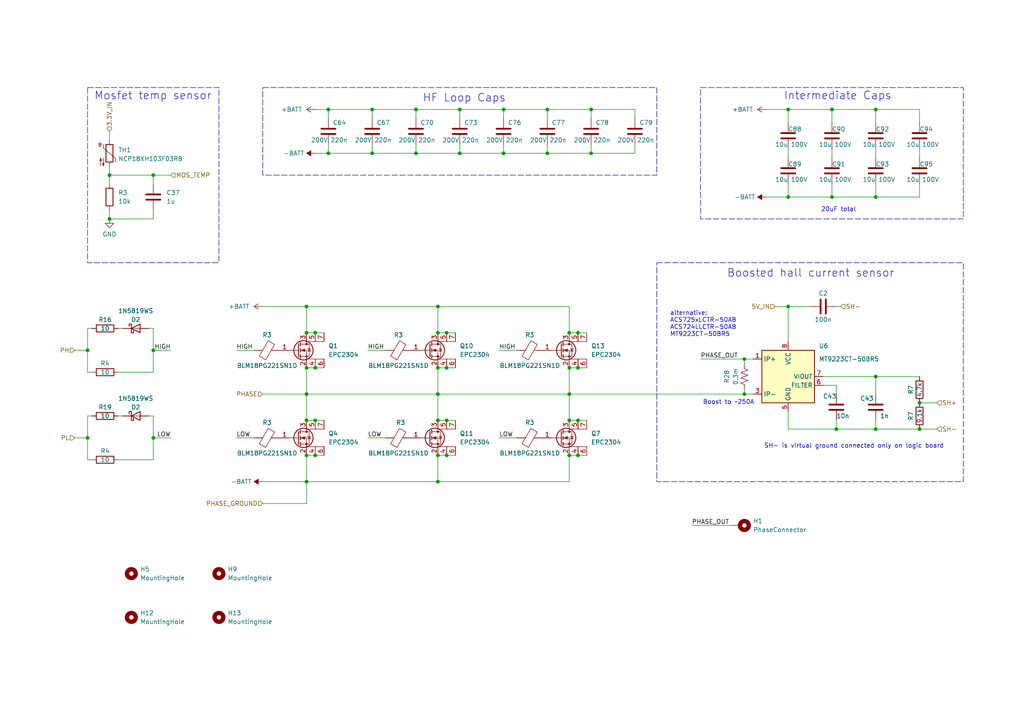
<source format=kicad_sch>
(kicad_sch (version 20231120) (generator "eeschema") (generator_version "8.0")
  (paper "A4")
  (title_block (title "EPC2304 Mosfet Board") (date "2024-05-20") (rev "3.3"))
  (lib_symbols
    (symbol "Device:C" (pin_numbers hide) (pin_names (offset 0.254))
      (property "Reference" "C" (at 0.635 2.54 0))
      (property "Value" "C" (at 0.635 -2.54 0))
      (symbol "C_0_1"
        (polyline (pts (xy -2.032 -0.762) (xy 2.032 -0.762)) (stroke (width 0.508)))
        (polyline (pts (xy -2.032 0.762) (xy 2.032 0.762)) (stroke (width 0.508)))
      )
      (symbol "C_1_1"
        (pin passive line (at 0 3.81 270) (length 2.794) (name "~") (number "1"))
        (pin passive line (at 0 -3.81 90) (length 2.794) (name "~") (number "2"))
      )
    )
    (symbol "Device:D_Schottky" (pin_numbers hide) (pin_names (offset 1.016) hide)
      (property "Reference" "D" (at 0 2.54 0))
      (property "Value" "D_Schottky" (at 0 -2.54 0))
      (symbol "D_Schottky_0_1"
        (polyline (pts (xy 1.27 0) (xy -1.27 0)))
        (polyline (pts (xy 1.27 1.27) (xy 1.27 -1.27) (xy -1.27 0) (xy 1.27 1.27)) (stroke (width 0.254)))
        (polyline (pts (xy -1.905 0.635) (xy -1.905 1.27) (xy -1.27 1.27) (xy -1.27 -1.27) (xy -0.635 -1.27) (xy -0.635 -0.635)) (stroke (width 0.254)))
      )
      (symbol "D_Schottky_1_1"
        (pin passive line (at -3.81 0 0) (length 2.54) (name "K") (number "1"))
        (pin passive line (at 3.81 0 180) (length 2.54) (name "A") (number "2"))
      )
    )
    (symbol "Device:FerriteBead" (pin_numbers hide) (pin_names (offset 0))
      (property "Reference" "FB" (at -3.81 0.635 90))
      (property "Value" "FerriteBead" (at 3.81 0 90))
      (symbol "FerriteBead_0_1"
        (polyline (pts (xy 0 -1.27) (xy 0 -1.2192)))
        (polyline (pts (xy 0 1.27) (xy 0 1.2954)))
        (polyline (pts (xy -2.7686 0.4064) (xy -1.7018 2.2606) (xy 2.7686 -0.3048) (xy 1.6764 -2.159) (xy -2.7686 0.4064)))
      )
      (symbol "FerriteBead_1_1"
        (pin passive line (at 0 3.81 270) (length 2.54) (name "~") (number "1"))
        (pin passive line (at 0 -3.81 90) (length 2.54) (name "~") (number "2"))
      )
    )
    (symbol "Device:R" (pin_numbers hide) (pin_names (offset 0))
      (property "Reference" "R" (at 2.032 0 90))
      (property "Value" "R" (at 0 0 90))
      (symbol "R_0_1"
        (rectangle (start -1.016 -2.54) (end 1.016 2.54) (stroke (width 0.254)))
      )
      (symbol "R_1_1"
        (pin passive line (at 0 3.81 270) (length 1.27) (name "~") (number "1"))
        (pin passive line (at 0 -3.81 90) (length 1.27) (name "~") (number "2"))
      )
    )
    (symbol "Device:R_US" (pin_numbers hide) (pin_names (offset 0))
      (property "Reference" "R" (at 2.54 0 90))
      (property "Value" "R_US" (at -2.54 0 90))
      (symbol "R_US_0_1"
        (polyline (pts (xy 0 -2.286) (xy 0 -2.54)))
        (polyline (pts (xy 0 2.286) (xy 0 2.54)))
        (polyline (pts (xy 0 -0.762) (xy 1.016 -1.143) (xy 0 -1.524) (xy -1.016 -1.905) (xy 0 -2.286)))
        (polyline (pts (xy 0 0.762) (xy 1.016 0.381) (xy 0 0) (xy -1.016 -0.381) (xy 0 -0.762)))
        (polyline (pts (xy 0 2.286) (xy 1.016 1.905) (xy 0 1.524) (xy -1.016 1.143) (xy 0 0.762)))
      )
      (symbol "R_US_1_1"
        (pin passive line (at 0 3.81 270) (length 1.27) (name "~") (number "1"))
        (pin passive line (at 0 -3.81 90) (length 1.27) (name "~") (number "2"))
      )
    )
    (symbol "Device:Thermistor_NTC" (pin_numbers hide) (pin_names (offset 0))
      (property "Reference" "TH" (at -4.445 0 90))
      (property "Value" "Thermistor_NTC" (at 3.175 0 90))
      (symbol "Thermistor_NTC_0_1"
        (arc (start -3.048 2.159) (mid -3.0495 2.3143) (end -3.175 2.413))
        (arc (start -3.048 2.159) (mid -2.9736 1.9794) (end -2.794 1.905))
        (arc (start -3.048 2.794) (mid -2.9736 2.6144) (end -2.794 2.54))
        (arc (start -2.794 1.905) (mid -2.6144 1.9794) (end -2.54 2.159))
        (arc (start -2.794 2.54) (mid -2.4393 2.5587) (end -2.159 2.794))
        (arc (start -2.794 3.048) (mid -2.9736 2.9736) (end -3.048 2.794))
        (arc (start -2.54 2.794) (mid -2.6144 2.9736) (end -2.794 3.048))
        (rectangle (start -1.016 2.54) (end 1.016 -2.54) (stroke (width 0.254)))
        (polyline (pts (xy -2.54 2.159) (xy -2.54 2.794)))
        (polyline (pts (xy -1.778 2.54) (xy -1.778 1.524) (xy 1.778 -1.524) (xy 1.778 -2.54)))
        (polyline (pts (xy -2.54 -3.683) (xy -2.54 -1.397) (xy -2.794 -2.159) (xy -2.286 -2.159) (xy -2.54 -1.397) (xy -2.54 -1.651)) (fill (type outline)))
        (polyline (pts (xy -1.778 -1.397) (xy -1.778 -3.683) (xy -2.032 -2.921) (xy -1.524 -2.921) (xy -1.778 -3.683) (xy -1.778 -3.429)) (fill (type outline)))
      )
      (symbol "Thermistor_NTC_1_1"
        (pin passive line (at 0 3.81 270) (length 1.27) (name "~") (number "1"))
        (pin passive line (at 0 -3.81 90) (length 1.27) (name "~") (number "2"))
      )
    )
    (symbol "GigaESCSymbols:EPC2304" (pin_names hide)
      (property "Reference" "Q" (at 5.08 1.905 0))
      (property "Value" "EPC2304" (at 5.08 0 0))
      (symbol "EPC2304_0_1"
        (polyline (pts (xy 0.254 0) (xy -2.54 0)))
        (polyline (pts (xy 0.254 1.905) (xy 0.254 -1.905)) (stroke (width 0.254)))
        (polyline (pts (xy 0.762 -1.27) (xy 0.762 -2.286)) (stroke (width 0.254)))
        (polyline (pts (xy 0.762 0.508) (xy 0.762 -0.508)) (stroke (width 0.254)))
        (polyline (pts (xy 0.762 2.286) (xy 0.762 1.27)) (stroke (width 0.254)))
        (polyline (pts (xy 2.54 -2.54) (xy 7.62 -2.54)))
        (polyline (pts (xy 2.54 2.54) (xy 2.54 1.778)))
        (polyline (pts (xy 7.62 2.54) (xy 2.54 2.54)))
        (polyline (pts (xy 2.54 -2.54) (xy 2.54 0) (xy 0.762 0)))
        (polyline (pts (xy 0.762 -1.778) (xy 3.302 -1.778) (xy 3.302 1.778) (xy 0.762 1.778)))
        (polyline (pts (xy 1.016 0) (xy 2.032 0.381) (xy 2.032 -0.381) (xy 1.016 0)) (fill (type outline)))
        (polyline (pts (xy 2.794 0.508) (xy 2.921 0.381) (xy 3.683 0.381) (xy 3.81 0.254)))
        (polyline (pts (xy 3.302 0.381) (xy 2.921 -0.254) (xy 3.683 -0.254) (xy 3.302 0.381)))
        (circle (center 1.651 0) (radius 2.794) (stroke (width 0.254)))
        (circle (center 2.54 -1.778) (radius 0.254) (fill (type outline)))
        (circle (center 2.54 1.778) (radius 0.254) (fill (type outline)))
      )
      (symbol "EPC2304_1_1"
        (pin input line (at -5.08 0 0) (length 2.54) (name "G") (number "1"))
        (pin passive line (at 2.54 -5.08 90) (length 2.54) (name "S") (number "2"))
        (pin passive line (at 2.54 5.08 270) (length 2.54) (name "D") (number "3"))
        (pin passive line (at 5.08 -5.08 90) (length 2.54) (name "S") (number "4"))
        (pin passive line (at 5.08 5.08 270) (length 2.54) (name "D") (number "5"))
        (pin passive line (at 7.62 -5.08 90) (length 2.54) (name "S") (number "6"))
        (pin passive line (at 7.62 5.08 270) (length 2.54) (name "D") (number "7"))
      )
    )
    (symbol "Mechanical:MountingHole" (pin_names (offset 1.016))
      (property "Reference" "H" (at 0 5.08 0))
      (property "Value" "MountingHole" (at 0 3.175 0))
      (symbol "MountingHole_0_1"
        (circle (center 0 0) (radius 1.27) (stroke (width 1.27)))
      )
    )
    (symbol "Mechanical:MountingHole_Pad" (pin_numbers hide) (pin_names (offset 1.016) hide)
      (property "Reference" "H" (at 0 6.35 0))
      (property "Value" "MountingHole_Pad" (at 0 4.445 0))
      (symbol "MountingHole_Pad_0_1"
        (circle (center 0 1.27) (radius 1.27) (stroke (width 1.27)))
      )
      (symbol "MountingHole_Pad_1_1"
        (pin input line (at 0 -2.54 90) (length 2.54) (name "1") (number "1"))
      )
    )
    (symbol "Sensor_Current:ACS725xLCTR-50AB"
      (property "Reference" "U" (at 2.54 11.43 0))
      (property "Value" "ACS725xLCTR-50AB" (at 2.54 8.89 0))
      (symbol "ACS725xLCTR-50AB_0_1"
        (rectangle (start -7.62 7.62) (end 7.62 -7.62) (stroke (width 0.254)) (fill (type background)))
      )
      (symbol "ACS725xLCTR-50AB_1_1"
        (pin passive line (at -10.16 5.08 0) (length 2.54) (name "IP+") (number "1"))
        (pin passive line (at -10.16 5.08 0) (length 2.54) hide (name "IP+") (number "2"))
        (pin passive line (at -10.16 -5.08 0) (length 2.54) (name "IP-") (number "3"))
        (pin passive line (at -10.16 -5.08 0) (length 2.54) hide (name "IP-") (number "4"))
        (pin power_in line (at 0 -10.16 90) (length 2.54) (name "GND") (number "5"))
        (pin passive line (at 10.16 -2.54 180) (length 2.54) (name "FILTER") (number "6"))
        (pin output line (at 10.16 0 180) (length 2.54) (name "VIOUT") (number "7"))
        (pin power_in line (at 0 10.16 270) (length 2.54) (name "VCC") (number "8"))
      )
    )
    (symbol "power:+BATT" (power) (pin_names (offset 0))
      (property "Value" "+BATT" (at 0 3.556 0))
      (symbol "+BATT_0_1"
        (polyline (pts (xy -0.762 1.27) (xy 0 2.54)))
        (polyline (pts (xy 0 0) (xy 0 2.54)))
        (polyline (pts (xy 0 2.54) (xy 0.762 1.27)))
      )
      (symbol "+BATT_1_1"
        (pin power_in line (at 0 0 90) (length 0) hide (name "+BATT") (number "1"))
      )
    )
    (symbol "power:-BATT" (power) (pin_names (offset 0))
      (property "Value" "-BATT" (at 0 3.556 0))
      (symbol "-BATT_0_1"
        (polyline (pts (xy 0 0) (xy 0 2.54)))
        (polyline (pts (xy 0.762 1.27) (xy -0.762 1.27) (xy 0 2.54) (xy 0.762 1.27)) (fill (type outline)))
      )
      (symbol "-BATT_1_1"
        (pin power_in line (at 0 0 90) (length 0) hide (name "-BATT") (number "1"))
      )
    )
    (symbol "power:GND" (power) (pin_names (offset 0))
      (property "Value" "GND" (at 0 -3.81 0))
      (symbol "GND_0_1"
        (polyline (pts (xy 0 0) (xy 0 -1.27) (xy 1.27 -1.27) (xy 0 -2.54) (xy -1.27 -1.27) (xy 0 -1.27)))
      )
      (symbol "GND_1_1"
        (pin power_in line (at 0 0 270) (length 0) hide (name "GND") (number "1"))
      )
    )
  )
  (junction (at 127 96.52))
  (junction (at 107.95 44.45))
  (junction (at 31.75 50.8))
  (junction (at 120.65 44.45))
  (junction (at 266.7 124.46))
  (junction (at 127 121.92))
  (junction (at 254 57.15))
  (junction (at 88.9 132.08))
  (junction (at 228.6 31.75))
  (junction (at 91.44 96.52))
  (junction (at 167.64 106.68))
  (junction (at 133.35 44.45))
  (junction (at 44.45 127))
  (junction (at 91.44 121.92))
  (junction (at 88.9 106.68))
  (junction (at 254 31.75))
  (junction (at 127 88.9))
  (junction (at 167.64 121.92))
  (junction (at 129.54 121.92))
  (junction (at 88.9 139.7))
  (junction (at 146.05 44.45))
  (junction (at 88.9 114.3))
  (junction (at 44.45 50.8))
  (junction (at 25.4 127))
  (junction (at 120.65 31.75))
  (junction (at 129.54 106.68))
  (junction (at 242.57 124.46))
  (junction (at 127 132.08))
  (junction (at 171.45 31.75))
  (junction (at 129.54 132.08))
  (junction (at 215.9 114.3))
  (junction (at 158.75 31.75))
  (junction (at 266.7 116.84))
  (junction (at 133.35 31.75))
  (junction (at 167.64 132.08))
  (junction (at 91.44 132.08))
  (junction (at 95.25 31.75))
  (junction (at 228.6 57.15))
  (junction (at 215.9 104.14))
  (junction (at 127 139.7))
  (junction (at 95.25 44.45))
  (junction (at 171.45 44.45))
  (junction (at 44.45 101.6))
  (junction (at 241.3 57.15))
  (junction (at 165.1 106.68))
  (junction (at 165.1 132.08))
  (junction (at 88.9 121.92))
  (junction (at 165.1 96.52))
  (junction (at 127 114.3))
  (junction (at 88.9 96.52))
  (junction (at 129.54 96.52))
  (junction (at 25.4 101.6))
  (junction (at 158.75 44.45))
  (junction (at 165.1 121.92))
  (junction (at 165.1 114.3))
  (junction (at 88.9 88.9))
  (junction (at 254 109.22))
  (junction (at 146.05 31.75))
  (junction (at 228.6 88.9))
  (junction (at 241.3 31.75))
  (junction (at 167.64 96.52))
  (junction (at 31.75 63.5))
  (junction (at 254 124.46))
  (junction (at 107.95 31.75))
  (junction (at 91.44 106.68))
  (junction (at 127 106.68))
  (wire (pts (xy 254 121.92) (xy 254 124.46)))
  (wire (pts (xy 158.75 44.45) (xy 171.45 44.45)))
  (wire (pts (xy 25.4 95.25) (xy 26.67 95.25)))
  (wire (pts (xy 133.35 31.75) (xy 133.35 34.29)))
  (wire (pts (xy 254 31.75) (xy 254 35.56)))
  (wire (pts (xy 76.2 146.05) (xy 88.9 146.05)))
  (wire (pts (xy 88.9 106.68) (xy 88.9 114.3)))
  (wire (pts (xy 184.15 31.75) (xy 184.15 34.29)))
  (wire (pts (xy 266.7 45.72) (xy 266.7 43.18)))
  (wire (pts (xy 44.45 50.8) (xy 49.53 50.8)))
  (wire (pts (xy 91.44 31.75) (xy 95.25 31.75)))
  (wire (pts (xy 266.7 57.15) (xy 266.7 53.34)))
  (wire (pts (xy 95.25 44.45) (xy 107.95 44.45)))
  (wire (pts (xy 215.9 114.3) (xy 215.9 113.03)))
  (wire (pts (xy 167.64 106.68) (xy 170.18 106.68)))
  (wire (pts (xy 254 114.3) (xy 254 109.22)))
  (wire (pts (xy 35.56 120.65) (xy 34.29 120.65)))
  (wire (pts (xy 31.75 60.96) (xy 31.75 63.5)))
  (wire (pts (xy 215.9 104.14) (xy 203.2 104.14)))
  (wire (pts (xy 25.4 120.65) (xy 26.67 120.65)))
  (wire (pts (xy 88.9 114.3) (xy 127 114.3)))
  (wire (pts (xy 44.45 95.25) (xy 43.18 95.25)))
  (wire (pts (xy 88.9 132.08) (xy 88.9 139.7)))
  (wire (pts (xy 88.9 88.9) (xy 88.9 96.52)))
  (wire (pts (xy 21.59 127) (xy 25.4 127)))
  (wire (pts (xy 88.9 121.92) (xy 91.44 121.92)))
  (wire (pts (xy 254 45.72) (xy 254 43.18)))
  (wire (pts (xy 228.6 53.34) (xy 228.6 57.15)))
  (wire (pts (xy 242.57 124.46) (xy 254 124.46)))
  (wire (pts (xy 25.4 107.95) (xy 26.67 107.95)))
  (wire (pts (xy 158.75 44.45) (xy 158.75 41.91)))
  (wire (pts (xy 107.95 31.75) (xy 120.65 31.75)))
  (wire (pts (xy 120.65 31.75) (xy 133.35 31.75)))
  (wire (pts (xy 44.45 120.65) (xy 43.18 120.65)))
  (wire (pts (xy 107.95 44.45) (xy 120.65 44.45)))
  (wire (pts (xy 107.95 31.75) (xy 107.95 34.29)))
  (wire (pts (xy 165.1 132.08) (xy 165.1 139.7)))
  (wire (pts (xy 171.45 44.45) (xy 171.45 41.91)))
  (wire (pts (xy 165.1 121.92) (xy 167.64 121.92)))
  (wire (pts (xy 165.1 106.68) (xy 167.64 106.68)))
  (wire (pts (xy 44.45 120.65) (xy 44.45 127)))
  (wire (pts (xy 222.25 31.75) (xy 228.6 31.75)))
  (wire (pts (xy 228.6 45.72) (xy 228.6 43.18)))
  (wire (pts (xy 44.45 95.25) (xy 44.45 101.6)))
  (wire (pts (xy 241.3 57.15) (xy 254 57.15)))
  (wire (pts (xy 184.15 44.45) (xy 184.15 41.91)))
  (wire (pts (xy 88.9 96.52) (xy 91.44 96.52)))
  (wire (pts (xy 129.54 132.08) (xy 132.08 132.08)))
  (wire (pts (xy 254 31.75) (xy 266.7 31.75)))
  (wire (pts (xy 44.45 133.35) (xy 34.29 133.35)))
  (wire (pts (xy 25.4 120.65) (xy 25.4 127)))
  (wire (pts (xy 129.54 121.92) (xy 132.08 121.92)))
  (wire (pts (xy 228.6 124.46) (xy 228.6 119.38)))
  (wire (pts (xy 165.1 96.52) (xy 167.64 96.52)))
  (wire (pts (xy 215.9 104.14) (xy 215.9 105.41)))
  (wire (pts (xy 242.57 121.92) (xy 242.57 124.46)))
  (wire (pts (xy 31.75 48.26) (xy 31.75 50.8)))
  (wire (pts (xy 25.4 101.6) (xy 25.4 107.95)))
  (wire (pts (xy 106.68 101.6) (xy 111.76 101.6)))
  (wire (pts (xy 133.35 44.45) (xy 133.35 41.91)))
  (wire (pts (xy 266.7 116.84) (xy 271.78 116.84)))
  (wire (pts (xy 88.9 146.05) (xy 88.9 139.7)))
  (wire (pts (xy 127 106.68) (xy 129.54 106.68)))
  (wire (pts (xy 165.1 106.68) (xy 165.1 114.3)))
  (wire (pts (xy 127 114.3) (xy 165.1 114.3)))
  (wire (pts (xy 44.45 127) (xy 44.45 133.35)))
  (wire (pts (xy 241.3 35.56) (xy 241.3 31.75)))
  (wire (pts (xy 120.65 44.45) (xy 133.35 44.45)))
  (wire (pts (xy 171.45 31.75) (xy 171.45 34.29)))
  (wire (pts (xy 254 57.15) (xy 266.7 57.15)))
  (wire (pts (xy 44.45 107.95) (xy 34.29 107.95)))
  (wire (pts (xy 91.44 132.08) (xy 93.98 132.08)))
  (wire (pts (xy 254 109.22) (xy 266.7 109.22)))
  (wire (pts (xy 107.95 44.45) (xy 107.95 41.91)))
  (wire (pts (xy 127 132.08) (xy 127 139.7)))
  (wire (pts (xy 91.44 121.92) (xy 93.98 121.92)))
  (wire (pts (xy 129.54 106.68) (xy 132.08 106.68)))
  (wire (pts (xy 228.6 31.75) (xy 241.3 31.75)))
  (wire (pts (xy 165.1 114.3) (xy 165.1 121.92)))
  (wire (pts (xy 158.75 31.75) (xy 158.75 34.29)))
  (wire (pts (xy 222.25 57.15) (xy 228.6 57.15)))
  (wire (pts (xy 25.4 133.35) (xy 26.67 133.35)))
  (wire (pts (xy 76.2 114.3) (xy 88.9 114.3)))
  (wire (pts (xy 76.2 88.9) (xy 88.9 88.9)))
  (wire (pts (xy 266.7 124.46) (xy 271.78 124.46)))
  (wire (pts (xy 254 57.15) (xy 254 53.34)))
  (wire (pts (xy 91.44 106.68) (xy 93.98 106.68)))
  (wire (pts (xy 241.3 45.72) (xy 241.3 43.18)))
  (wire (pts (xy 241.3 31.75) (xy 254 31.75)))
  (wire (pts (xy 224.79 88.9) (xy 228.6 88.9)))
  (wire (pts (xy 31.75 50.8) (xy 44.45 50.8)))
  (wire (pts (xy 167.64 132.08) (xy 170.18 132.08)))
  (wire (pts (xy 127 88.9) (xy 165.1 88.9)))
  (wire (pts (xy 127 114.3) (xy 127 121.92)))
  (wire (pts (xy 120.65 44.45) (xy 120.65 41.91)))
  (wire (pts (xy 88.9 106.68) (xy 91.44 106.68)))
  (wire (pts (xy 218.44 114.3) (xy 215.9 114.3)))
  (wire (pts (xy 243.84 88.9) (xy 242.57 88.9)))
  (wire (pts (xy 95.25 31.75) (xy 95.25 34.29)))
  (wire (pts (xy 228.6 57.15) (xy 241.3 57.15)))
  (wire (pts (xy 129.54 96.52) (xy 132.08 96.52)))
  (wire (pts (xy 242.57 111.76) (xy 238.76 111.76)))
  (wire (pts (xy 68.58 127) (xy 73.66 127)))
  (wire (pts (xy 25.4 95.25) (xy 25.4 101.6)))
  (wire (pts (xy 238.76 109.22) (xy 254 109.22)))
  (wire (pts (xy 171.45 44.45) (xy 184.15 44.45)))
  (wire (pts (xy 31.75 50.8) (xy 31.75 53.34)))
  (wire (pts (xy 127 139.7) (xy 165.1 139.7)))
  (wire (pts (xy 88.9 139.7) (xy 127 139.7)))
  (wire (pts (xy 127 96.52) (xy 129.54 96.52)))
  (wire (pts (xy 91.44 96.52) (xy 93.98 96.52)))
  (wire (pts (xy 158.75 31.75) (xy 171.45 31.75)))
  (wire (pts (xy 144.78 127) (xy 149.86 127)))
  (wire (pts (xy 218.44 104.14) (xy 215.9 104.14)))
  (wire (pts (xy 44.45 53.34) (xy 44.45 50.8)))
  (wire (pts (xy 88.9 132.08) (xy 91.44 132.08)))
  (wire (pts (xy 266.7 31.75) (xy 266.7 35.56)))
  (wire (pts (xy 25.4 127) (xy 25.4 133.35)))
  (wire (pts (xy 167.64 121.92) (xy 170.18 121.92)))
  (wire (pts (xy 44.45 60.96) (xy 44.45 63.5)))
  (wire (pts (xy 68.58 101.6) (xy 73.66 101.6)))
  (wire (pts (xy 242.57 114.3) (xy 242.57 111.76)))
  (wire (pts (xy 165.1 132.08) (xy 167.64 132.08)))
  (wire (pts (xy 120.65 31.75) (xy 120.65 34.29)))
  (wire (pts (xy 228.6 35.56) (xy 228.6 31.75)))
  (wire (pts (xy 91.44 44.45) (xy 95.25 44.45)))
  (wire (pts (xy 127 88.9) (xy 127 96.52)))
  (wire (pts (xy 133.35 44.45) (xy 146.05 44.45)))
  (wire (pts (xy 49.53 101.6) (xy 44.45 101.6)))
  (wire (pts (xy 228.6 88.9) (xy 228.6 99.06)))
  (wire (pts (xy 31.75 38.1) (xy 31.75 40.64)))
  (wire (pts (xy 184.15 31.75) (xy 171.45 31.75)))
  (wire (pts (xy 241.3 53.34) (xy 241.3 57.15)))
  (wire (pts (xy 88.9 88.9) (xy 127 88.9)))
  (wire (pts (xy 127 106.68) (xy 127 114.3)))
  (wire (pts (xy 95.25 44.45) (xy 95.25 41.91)))
  (wire (pts (xy 144.78 101.6) (xy 149.86 101.6)))
  (wire (pts (xy 146.05 31.75) (xy 158.75 31.75)))
  (wire (pts (xy 133.35 31.75) (xy 146.05 31.75)))
  (wire (pts (xy 127 121.92) (xy 129.54 121.92)))
  (wire (pts (xy 49.53 127) (xy 44.45 127)))
  (wire (pts (xy 127 132.08) (xy 129.54 132.08)))
  (wire (pts (xy 200.66 152.4) (xy 212.09 152.4)))
  (wire (pts (xy 167.64 96.52) (xy 170.18 96.52)))
  (wire (pts (xy 165.1 88.9) (xy 165.1 96.52)))
  (wire (pts (xy 242.57 124.46) (xy 228.6 124.46)))
  (wire (pts (xy 106.68 127) (xy 111.76 127)))
  (wire (pts (xy 165.1 114.3) (xy 215.9 114.3)))
  (wire (pts (xy 21.59 101.6) (xy 25.4 101.6)))
  (wire (pts (xy 88.9 114.3) (xy 88.9 121.92)))
  (wire (pts (xy 76.2 139.7) (xy 88.9 139.7)))
  (wire (pts (xy 146.05 44.45) (xy 146.05 41.91)))
  (wire (pts (xy 146.05 31.75) (xy 146.05 34.29)))
  (wire (pts (xy 44.45 63.5) (xy 31.75 63.5)))
  (wire (pts (xy 228.6 88.9) (xy 234.95 88.9)))
  (wire (pts (xy 44.45 101.6) (xy 44.45 107.95)))
  (wire (pts (xy 35.56 95.25) (xy 34.29 95.25)))
  (wire (pts (xy 146.05 44.45) (xy 158.75 44.45)))
  (wire (pts (xy 95.25 31.75) (xy 107.95 31.75)))
  (wire (pts (xy 254 124.46) (xy 266.7 124.46)))
  (rectangle (start 190.5 76.2) (end 279.4 139.7) (stroke (width 0) (type dash)))
  (rectangle (start 76.2 25.4) (end 190.5 50.8) (stroke (width 0) (type dash)))
  (rectangle (start 203.2 25.4) (end 279.4 63.5) (stroke (width 0) (type dash)))
  (rectangle (start 25.4 25.4) (end 63.5 76.2) (stroke (width 0) (type dash)))
  (text "SH- is virtual ground connected only on logic board" (at 221.615 130.175 0) (effects (font (size 1.27 1.27)) (justify left bottom)))
  (text "alternative:\nACS725xLCTR-50AB\nACS724LLCTR-50AB\nMT9223CT-50BR5" (at 194.31 97.79 0) (effects (font (size 1.27 1.27)) (justify left bottom)))
  (text "Intermediate Caps" (at 227.33 29.21 0) (effects (font (size 2.27 2.27)) (justify left bottom)))
  (text "Boosted hall current sensor" (at 210.82 80.645 0) (effects (font (size 2.27 2.27)) (justify left bottom)))
  (text "Mosfet temp sensor" (at 27.305 29.21 0) (effects (font (size 2.27 2.27)) (justify left bottom)))
  (text "Boost to ~250A" (at 203.835 117.475 0) (effects (font (size 1.27 1.27)) (justify left bottom)))
  (text "20uF total" (at 238.125 61.595 0) (effects (font (size 1.27 1.27)) (justify left bottom)))
  (text "HF Loop Caps" (at 122.555 29.845 0) (effects (font (size 2.27 2.27)) (justify left bottom)))
  (label "LOW" (at 49.53 127 180))
  (label "PHASE_OUT" (at 203.2 104.14 0))
  (label "HIGH" (at 106.68 101.6 0))
  (label "PHASE_OUT" (at 200.66 152.4 0))
  (label "HIGH" (at 144.78 101.6 0))
  (label "LOW" (at 106.68 127 0))
  (label "HIGH" (at 49.53 101.6 180))
  (label "HIGH" (at 68.58 101.6 0))
  (label "LOW" (at 144.78 127 0))
  (label "LOW" (at 68.58 127 0))
  (hierarchical_label "PL" (shape input) (at 21.59 127 180))
  (hierarchical_label "SH-" (shape input) (at 271.78 124.46 0))
  (hierarchical_label "PHASE_GROUND" (shape input) (at 76.2 146.05 180))
  (hierarchical_label "PHASE" (shape input) (at 76.2 114.3 180))
  (hierarchical_label "SH-" (shape input) (at 243.84 88.9 0))
  (hierarchical_label "3.3V_IN" (shape input) (at 31.75 38.1 90))
  (hierarchical_label "SH+" (shape input) (at 271.78 116.84 0))
  (hierarchical_label "PH" (shape input) (at 21.59 101.6 180))
  (hierarchical_label "5V_IN" (shape input) (at 224.79 88.9 180))
  (hierarchical_label "MOS_TEMP" (shape input) (at 49.53 50.8 0))
  (symbol (lib_id "Device:C") (at 228.6 49.53 0) (unit 1)
    (property "Reference" "C89" (at 228.6 47.625 0) (effects (justify left)))
    (property "Value" "10u 100V" (at 224.79 52.07 0) (effects (justify left)))
    (property "Footprint" "Capacitor_SMD:C_1210_3225Metric" (effects (hide yes)))
    (property "Mouser" "81-GRM32EC72A106KE5K" (effects (hide yes)))
    (property "MPN" "C5156756" (effects (hide yes)))
    (instances (project "EPC2304" (path "" (reference "C89") (unit 1)) (path "" (reference "C97") (unit 1)) (path "" (reference "C105") (unit 1))))
  )
  (symbol (lib_id "Mechanical:MountingHole") (at 63.5 179.07 0) (unit 1)
    (property "Reference" "H13" (at 66.04 177.8 0) (effects (justify left)))
    (property "Value" "MountingHole" (at 66.04 180.34 0) (effects (justify left)))
    (property "Footprint" "MountingHole:MountingHole_3.2mm_M3" (effects (hide yes)))
    (instances (project "EPC2304" (path "" (reference "H13") (unit 1)) (path "" (reference "H15") (unit 1)) (path "" (reference "H17") (unit 1))))
  )
  (symbol (lib_id "Device:FerriteBead") (at 115.57 127 90) (unit 1)
    (property "Reference" "R3" (at 116.205 122.555 90))
    (property "Value" "BLM18PG221SN1D" (at 115.57 131.445 90))
    (property "Footprint" "Inductor_SMD:L_0603_1608Metric" (effects (hide yes)))
    (property "Mouser" "603-RC0805JR-072R2L" (effects (hide yes)))
    (property "MPN" "C22979" (effects (hide yes)))
    (instances (project "2EDF7275KXUMA1" (path "" (reference "R3") (unit 1))) (project "GigaVescDrivers" (path "" (reference "R18") (unit 1)) (path "" (reference "R26") (unit 1)) (path "" (reference "R36") (unit 1))) (project "EPC2304" (path "" (reference "FB5") (unit 1)) (path "" (reference "FB11") (unit 1)) (path "" (reference "FB17") (unit 1))))
  )
  (symbol (lib_id "Device:C") (at 266.7 49.53 0) (unit 1)
    (property "Reference" "C95" (at 266.7 47.625 0) (effects (justify left)))
    (property "Value" "10u 100V" (at 262.89 52.07 0) (effects (justify left)))
    (property "Footprint" "Capacitor_SMD:C_1210_3225Metric" (effects (hide yes)))
    (property "Mouser" "81-GRM32EC72A106KE5K" (effects (hide yes)))
    (property "MPN" "C5156756" (effects (hide yes)))
    (instances (project "EPC2304" (path "" (reference "C95") (unit 1)) (path "" (reference "C103") (unit 1)) (path "" (reference "C111") (unit 1))))
  )
  (symbol (lib_id "Device:D_Schottky") (at 39.37 120.65 0) (unit 1)
    (property "Reference" "D2" (at 39.37 118.11 0))
    (property "Value" "1N5819WS" (at 39.37 115.57 0))
    (property "Footprint" "Diode_SMD:D_SOD-323_HandSoldering" (effects (hide yes)))
    (property "MPN" "C191023" (effects (hide yes)))
    (property "Mouser" "750-SS520B-HF" (effects (hide yes)))
    (instances (project "2EDF7275KXUMA1" (path "" (reference "D2") (unit 1))) (project "GigaVescDrivers" (path "" (reference "D14") (unit 1)) (path "" (reference "D16") (unit 1)) (path "" (reference "D27") (unit 1))) (project "EPC2304" (path "" (reference "D2") (unit 1)) (path "" (reference "D5") (unit 1)) (path "" (reference "D8") (unit 1))))
  )
  (symbol (lib_id "power:-BATT") (at 222.25 57.15 90) (unit 1)
    (property "Reference" "#PWR06" (effects (hide yes)))
    (property "Value" "-BATT" (at 219.075 57.15 90) (effects (justify left)))
    (instances (project "EPC2304" (path "" (reference "#PWR06") (unit 1)) (path "" (reference "#PWR013") (unit 1)) (path "" (reference "#PWR016") (unit 1))))
  )
  (symbol (lib_id "GigaESCSymbols:EPC2304") (at 124.46 101.6 0) (unit 1)
    (property "Reference" "Q10" (at 133.35 100.33 0) (effects (justify left)))
    (property "Value" "EPC2304" (at 133.35 102.87 0) (effects (justify left)))
    (property "Footprint" "GigaVescLibs:EPC2304" (effects (hide yes)))
    (property "Datasheet" "https://elportal.pl/files/2022/12/20/1618-epc2304datasheet.pdf" (effects (hide yes)))
    (instances (project "EPC2304" (path "" (reference "Q10") (unit 1)) (path "" (reference "Q12") (unit 1)) (path "" (reference "Q17") (unit 1))))
  )
  (symbol (lib_id "power:GND") (at 31.75 63.5 0) (unit 1)
    (property "Reference" "#PWR025" (effects (hide yes)))
    (property "Value" "GND" (at 31.75 67.945 0))
    (instances (project "EPC2304" (path "" (reference "#PWR025") (unit 1)) (path "" (reference "#PWR038") (unit 1)) (path "" (reference "#PWR050") (unit 1))))
  )
  (symbol (lib_id "power:+BATT") (at 91.44 31.75 90) (unit 1)
    (property "Reference" "#PWR01" (effects (hide yes)))
    (property "Value" "+BATT" (at 87.63 31.75 90) (effects (justify left)))
    (instances (project "EPC2304" (path "" (reference "#PWR01") (unit 1)) (path "" (reference "#PWR022") (unit 1)) (path "" (reference "#PWR036") (unit 1))))
  )
  (symbol (lib_id "Device:C") (at 171.45 38.1 0) (unit 1)
    (property "Reference" "C78" (at 172.72 35.56 0) (effects (justify left)))
    (property "Value" "200V 220n" (at 166.37 40.64 0) (effects (justify left)))
    (property "Footprint" "Capacitor_SMD:C_1206_3216Metric" (effects (hide yes)))
    (property "MPN" "C2847454" (effects (hide yes)))
    (instances (project "EPC2304" (path "" (reference "C78") (unit 1)) (path "" (reference "C82") (unit 1)) (path "" (reference "C86") (unit 1))))
  )
  (symbol (lib_id "Device:Thermistor_NTC") (at 31.75 44.45 0) (unit 1)
    (property "Reference" "TH1" (at 34.29 43.4975 0) (effects (justify left)))
    (property "Value" "NCP18XH103F03RB" (at 34.29 46.0375 0) (effects (justify left)))
    (property "Footprint" "Resistor_SMD:R_0603_1608Metric" (effects (hide yes)))
    (property "MPN" "C13564" (effects (hide yes)))
    (property "Mouser" "81-NCP18XH103F03RB" (effects (hide yes)))
    (instances (project "EPC2304" (path "" (reference "TH1") (unit 1)) (path "" (reference "TH2") (unit 1)) (path "" (reference "TH3") (unit 1))))
  )
  (symbol (lib_id "Device:C") (at 242.57 118.11 0) (unit 1)
    (property "Reference" "C43" (at 240.665 114.935 0))
    (property "Value" "10n" (at 244.475 120.65 0))
    (property "Footprint" "GigaVescLibs:C_0603_1608Metric_L" (effects (hide yes)))
    (property "MPN" "C57112" (effects (hide yes)))
    (instances (project "DevKit" (path "" (reference "C43") (unit 1))) (project "EPC2304" (path "" (reference "C1") (unit 1)) (path "" (reference "C2") (unit 1)) (path "" (reference "C3") (unit 1))))
  )
  (symbol (lib_id "Device:FerriteBead") (at 77.47 127 90) (unit 1)
    (property "Reference" "R3" (at 77.47 122.555 90))
    (property "Value" "BLM18PG221SN1D" (at 77.47 131.445 90))
    (property "Footprint" "Inductor_SMD:L_0603_1608Metric" (effects (hide yes)))
    (property "Mouser" "603-RC0805JR-072R2L" (effects (hide yes)))
    (property "MPN" "C22979" (effects (hide yes)))
    (instances (project "2EDF7275KXUMA1" (path "" (reference "R3") (unit 1))) (project "GigaVescDrivers" (path "" (reference "R18") (unit 1)) (path "" (reference "R26") (unit 1)) (path "" (reference "R36") (unit 1))) (project "EPC2304" (path "" (reference "FB4") (unit 1)) (path "" (reference "FB10") (unit 1)) (path "" (reference "FB16") (unit 1))))
  )
  (symbol (lib_id "Device:C") (at 254 49.53 0) (unit 1)
    (property "Reference" "C93" (at 254 47.625 0) (effects (justify left)))
    (property "Value" "10u 100V" (at 250.19 52.07 0) (effects (justify left)))
    (property "Footprint" "Capacitor_SMD:C_1210_3225Metric" (effects (hide yes)))
    (property "Mouser" "81-GRM32EC72A106KE5K" (effects (hide yes)))
    (property "MPN" "C5156756" (effects (hide yes)))
    (instances (project "EPC2304" (path "" (reference "C93") (unit 1)) (path "" (reference "C101") (unit 1)) (path "" (reference "C109") (unit 1))))
  )
  (symbol (lib_id "Device:C") (at 228.6 39.37 0) (unit 1)
    (property "Reference" "C88" (at 228.6 37.465 0) (effects (justify left)))
    (property "Value" "10u 100V" (at 224.79 41.91 0) (effects (justify left)))
    (property "Footprint" "Capacitor_SMD:C_1210_3225Metric" (effects (hide yes)))
    (property "MPN" "C5156756" (effects (hide yes)))
    (property "Mouser" "81-GRM32EC72A106KE5K" (effects (hide yes)))
    (instances (project "EPC2304" (path "" (reference "C88") (unit 1)) (path "" (reference "C96") (unit 1)) (path "" (reference "C104") (unit 1))))
  )
  (symbol (lib_id "Device:R") (at 31.75 57.15 0) (unit 1)
    (property "Reference" "R3" (at 34.29 55.88 0) (effects (justify left)))
    (property "Value" "10k" (at 34.29 58.42 0) (effects (justify left)))
    (property "Footprint" "Resistor_SMD:R_0603_1608Metric" (effects (hide yes)))
    (property "MPN" "C25804" (effects (hide yes)))
    (property "Mouser" "708-RNCP0805FTD10K0" (effects (hide yes)))
    (instances (project "EPC2304" (path "" (reference "R3") (unit 1)) (path "" (reference "R4") (unit 1)) (path "" (reference "R15") (unit 1))))
  )
  (symbol (lib_id "Device:C") (at 44.45 57.15 0) (unit 1)
    (property "Reference" "C37" (at 48.26 55.88 0) (effects (justify left)))
    (property "Value" "1u" (at 48.26 58.42 0) (effects (justify left)))
    (property "Footprint" "GigaVescLibs:C_0603_1608Metric_L" (effects (hide yes)))
    (property "MPN" "C15849" (effects (hide yes)))
    (property "Mouser" "187-CL21B105KPFNNNE" (effects (hide yes)))
    (instances (project "EPC2304" (path "" (reference "C37") (unit 1)) (path "" (reference "C38") (unit 1)) (path "" (reference "C43") (unit 1))))
  )
  (symbol (lib_id "Device:FerriteBead") (at 115.57 101.6 90) (unit 1)
    (property "Reference" "R3" (at 115.57 97.155 90))
    (property "Value" "BLM18PG221SN1D" (at 115.57 106.045 90))
    (property "Footprint" "Inductor_SMD:L_0603_1608Metric" (effects (hide yes)))
    (property "Mouser" "603-RC0805JR-072R2L" (effects (hide yes)))
    (property "MPN" "C22979" (effects (hide yes)))
    (instances (project "2EDF7275KXUMA1" (path "" (reference "R3") (unit 1))) (project "GigaVescDrivers" (path "" (reference "R18") (unit 1)) (path "" (reference "R26") (unit 1)) (path "" (reference "R36") (unit 1))) (project "EPC2304" (path "" (reference "FB2") (unit 1)) (path "" (reference "FB8") (unit 1)) (path "" (reference "FB14") (unit 1))))
  )
  (symbol (lib_id "Device:R") (at 266.7 120.65 180) (unit 1)
    (property "Reference" "R7" (at 264.16 120.65 90))
    (property "Value" "9.1k" (at 266.7 120.65 90))
    (property "Footprint" "Resistor_SMD:R_0603_1608Metric" (effects (hide yes)))
    (property "MPN" "C23260" (effects (hide yes)))
    (property "Mouser" "603-RC0805FR-074K7L" (effects (hide yes)))
    (instances (project "2EDF7275KXUMA1" (path "" (reference "R7") (unit 1))) (project "GigaVescDrivers" (path "" (reference "R20") (unit 1)) (path "" (reference "R30") (unit 1)) (path "" (reference "R40") (unit 1))) (project "EPC2304" (path "" (reference "R12") (unit 1)) (path "" (reference "R13") (unit 1)) (path "" (reference "R14") (unit 1))))
  )
  (symbol (lib_id "Device:FerriteBead") (at 153.67 101.6 90) (unit 1)
    (property "Reference" "R3" (at 153.67 97.155 90))
    (property "Value" "BLM18PG221SN1D" (at 153.67 106.045 90))
    (property "Footprint" "Inductor_SMD:L_0603_1608Metric" (effects (hide yes)))
    (property "Mouser" "603-RC0805JR-072R2L" (effects (hide yes)))
    (property "MPN" "C22979" (effects (hide yes)))
    (instances (project "2EDF7275KXUMA1" (path "" (reference "R3") (unit 1))) (project "GigaVescDrivers" (path "" (reference "R18") (unit 1)) (path "" (reference "R26") (unit 1)) (path "" (reference "R36") (unit 1))) (project "EPC2304" (path "" (reference "FB3") (unit 1)) (path "" (reference "FB9") (unit 1)) (path "" (reference "FB15") (unit 1))))
  )
  (symbol (lib_id "power:-BATT") (at 76.2 139.7 90) (unit 1)
    (property "Reference" "#PWR010" (effects (hide yes)))
    (property "Value" "-BATT" (at 73.025 139.7 90) (effects (justify left)))
    (instances (project "EPC2304" (path "" (reference "#PWR010") (unit 1)) (path "" (reference "#PWR040") (unit 1)) (path "" (reference "#PWR052") (unit 1))))
  )
  (symbol (lib_id "Device:C") (at 254 118.11 0) (unit 1)
    (property "Reference" "C43" (at 251.46 115.57 0))
    (property "Value" "1n" (at 256.54 120.65 0))
    (property "Footprint" "GigaVescLibs:C_0603_1608Metric_L" (effects (hide yes)))
    (property "MPN" "C1588" (effects (hide yes)))
    (instances (project "DevKit" (path "" (reference "C43") (unit 1))) (project "EPC2304" (path "" (reference "C10") (unit 1)) (path "" (reference "C11") (unit 1)) (path "" (reference "C21") (unit 1))))
  )
  (symbol (lib_id "Device:C") (at 241.3 39.37 0) (unit 1)
    (property "Reference" "C90" (at 241.3 37.465 0) (effects (justify left)))
    (property "Value" "10u 100V" (at 237.49 41.91 0) (effects (justify left)))
    (property "Footprint" "Capacitor_SMD:C_1210_3225Metric" (effects (hide yes)))
    (property "Mouser" "81-GRM32EC72A106KE5K" (effects (hide yes)))
    (property "MPN" "C5156756" (effects (hide yes)))
    (instances (project "EPC2304" (path "" (reference "C90") (unit 1)) (path "" (reference "C98") (unit 1)) (path "" (reference "C106") (unit 1))))
  )
  (symbol (lib_id "Device:D_Schottky") (at 39.37 95.25 0) (unit 1)
    (property "Reference" "D2" (at 39.37 92.71 0))
    (property "Value" "1N5819WS" (at 39.37 90.17 0))
    (property "Footprint" "Diode_SMD:D_SOD-323_HandSoldering" (effects (hide yes)))
    (property "MPN" "C191023" (effects (hide yes)))
    (property "Mouser" "750-SS520B-HF" (effects (hide yes)))
    (instances (project "2EDF7275KXUMA1" (path "" (reference "D2") (unit 1))) (project "GigaVescDrivers" (path "" (reference "D14") (unit 1)) (path "" (reference "D16") (unit 1)) (path "" (reference "D27") (unit 1))) (project "EPC2304" (path "" (reference "D13") (unit 1)) (path "" (reference "D14") (unit 1)) (path "" (reference "D15") (unit 1))))
  )
  (symbol (lib_id "Device:C") (at 120.65 38.1 0) (unit 1)
    (property "Reference" "C70" (at 121.92 35.56 0) (effects (justify left)))
    (property "Value" "200V 220n" (at 115.57 40.64 0) (effects (justify left)))
    (property "Footprint" "Capacitor_SMD:C_1206_3216Metric" (effects (hide yes)))
    (property "MPN" "C2847454" (effects (hide yes)))
    (instances (project "EPC2304" (path "" (reference "C70") (unit 1)) (path "" (reference "C71") (unit 1)) (path "" (reference "C72") (unit 1))))
  )
  (symbol (lib_id "Device:R") (at 30.48 95.25 90) (unit 1)
    (property "Reference" "R16" (at 30.48 92.71 90))
    (property "Value" "10" (at 30.48 95.25 90))
    (property "Footprint" "Resistor_SMD:R_0603_1608Metric" (effects (hide yes)))
    (property "Mouser" "603-RC0805JR-072R2L" (effects (hide yes)))
    (property "MPN" "C22859" (effects (hide yes)))
    (instances (project "EPC2304" (path "" (reference "R16") (unit 1)) (path "" (reference "R17") (unit 1)) (path "" (reference "R18") (unit 1))))
  )
  (symbol (lib_id "Sensor_Current:ACS725xLCTR-50AB") (at 228.6 109.22 0) (unit 1)
    (property "Reference" "U6" (at 237.49 100.33 0) (effects (justify left)))
    (property "Value" "MT9223CT-50BR5" (at 237.49 104.14 0) (effects (justify left)))
    (property "Footprint" "Package_SO:SOP-8_3.9x4.9mm_P1.27mm" (effects (hide yes)))
    (property "Datasheet" "http://www.allegromicro.com/~/media/Files/Datasheets/ACS725-Datasheet.ashx?la=en" (effects (hide yes)))
    (property "MPN" "C2930869" (effects (hide yes)))
    (property "JLCRotOffset" "-90" (effects (hide yes)))
    (instances (project "EPC2304" (path "" (reference "U6") (unit 1)) (path "" (reference "U4") (unit 1)) (path "" (reference "U5") (unit 1))))
  )
  (symbol (lib_id "Device:R") (at 30.48 107.95 90) (unit 1)
    (property "Reference" "R4" (at 30.48 105.41 90))
    (property "Value" "10" (at 30.48 107.95 90))
    (property "Footprint" "Resistor_SMD:R_0603_1608Metric" (effects (hide yes)))
    (property "Mouser" "603-RC0805JR-072R2L" (effects (hide yes)))
    (property "MPN" "C22859" (effects (hide yes)))
    (instances (project "2EDF7275KXUMA1" (path "" (reference "R4") (unit 1))) (project "GigaVescDrivers" (path "" (reference "R19") (unit 1)) (path "" (reference "R27") (unit 1)) (path "" (reference "R37") (unit 1))) (project "EPC2304" (path "" (reference "R6") (unit 1)) (path "" (reference "R8") (unit 1)) (path "" (reference "R10") (unit 1))))
  )
  (symbol (lib_id "Device:C") (at 158.75 38.1 0) (unit 1)
    (property "Reference" "C77" (at 160.02 35.56 0) (effects (justify left)))
    (property "Value" "200V 220n" (at 153.67 40.64 0) (effects (justify left)))
    (property "Footprint" "Capacitor_SMD:C_1206_3216Metric" (effects (hide yes)))
    (property "MPN" "C2847454" (effects (hide yes)))
    (instances (project "EPC2304" (path "" (reference "C77") (unit 1)) (path "" (reference "C81") (unit 1)) (path "" (reference "C85") (unit 1))))
  )
  (symbol (lib_id "Mechanical:MountingHole_Pad") (at 214.63 152.4 270) (unit 1)
    (property "Reference" "H1" (at 218.44 151.1299 90) (effects (justify left)))
    (property "Value" "PhaseConnector" (at 218.44 153.6699 90) (effects (justify left)))
    (property "Footprint" "MountingHole:MountingHole_5.3mm_M5_Pad_Via" (effects (hide yes)))
    (instances (project "EPC2304" (path "" (reference "H1") (unit 1)) (path "" (reference "H2") (unit 1)) (path "" (reference "H3") (unit 1))))
  )
  (symbol (lib_id "power:+BATT") (at 222.25 31.75 90) (unit 1)
    (property "Reference" "#PWR03" (effects (hide yes)))
    (property "Value" "+BATT" (at 218.44 31.75 90) (effects (justify left)))
    (instances (project "EPC2304" (path "" (reference "#PWR03") (unit 1)) (path "" (reference "#PWR04") (unit 1)) (path "" (reference "#PWR05") (unit 1))))
  )
  (symbol (lib_id "Device:C") (at 146.05 38.1 0) (unit 1)
    (property "Reference" "C76" (at 147.32 35.56 0) (effects (justify left)))
    (property "Value" "200V 220n" (at 140.97 40.64 0) (effects (justify left)))
    (property "Footprint" "Capacitor_SMD:C_1206_3216Metric" (effects (hide yes)))
    (property "MPN" "C2847454" (effects (hide yes)))
    (instances (project "EPC2304" (path "" (reference "C76") (unit 1)) (path "" (reference "C80") (unit 1)) (path "" (reference "C84") (unit 1))))
  )
  (symbol (lib_id "GigaESCSymbols:EPC2304") (at 86.36 127 0) (unit 1)
    (property "Reference" "Q4" (at 95.25 125.73 0) (effects (justify left)))
    (property "Value" "EPC2304" (at 95.25 128.27 0) (effects (justify left)))
    (property "Footprint" "GigaVescLibs:EPC2304" (effects (hide yes)))
    (property "Datasheet" "https://elportal.pl/files/2022/12/20/1618-epc2304datasheet.pdf" (effects (hide yes)))
    (instances (project "EPC2304" (path "" (reference "Q4") (unit 1)) (path "" (reference "Q5") (unit 1)) (path "" (reference "Q6") (unit 1))))
  )
  (symbol (lib_id "Device:R_US") (at 215.9 109.22 180) (unit 1)
    (property "Reference" "R28" (at 210.82 109.22 90))
    (property "Value" "0.3m" (at 213.36 109.22 90))
    (property "Footprint" "Resistor_SMD:R_2512_6332Metric" (effects (hide yes)))
    (property "MPN" "C495760" (effects (hide yes)))
    (instances (project "EPC2304" (path "" (reference "R28") (unit 1)) (path "" (reference "R29") (unit 1)) (path "" (reference "R30") (unit 1))))
  )
  (symbol (lib_id "Mechanical:MountingHole") (at 38.1 179.07 0) (unit 1)
    (property "Reference" "H12" (at 40.64 177.8 0) (effects (justify left)))
    (property "Value" "MountingHole" (at 40.64 180.34 0) (effects (justify left)))
    (property "Footprint" "MountingHole:MountingHole_3.2mm_M3" (effects (hide yes)))
    (instances (project "EPC2304" (path "" (reference "H12") (unit 1)) (path "" (reference "H14") (unit 1)) (path "" (reference "H16") (unit 1))))
  )
  (symbol (lib_id "Device:C") (at 254 39.37 0) (unit 1)
    (property "Reference" "C92" (at 254 37.465 0) (effects (justify left)))
    (property "Value" "10u 100V" (at 250.19 41.91 0) (effects (justify left)))
    (property "Footprint" "Capacitor_SMD:C_1210_3225Metric" (effects (hide yes)))
    (property "Mouser" "81-GRM32EC72A106KE5K" (effects (hide yes)))
    (property "MPN" "C5156756" (effects (hide yes)))
    (instances (project "EPC2304" (path "" (reference "C92") (unit 1)) (path "" (reference "C100") (unit 1)) (path "" (reference "C108") (unit 1))))
  )
  (symbol (lib_id "Device:C") (at 184.15 38.1 0) (unit 1)
    (property "Reference" "C79" (at 185.42 35.56 0) (effects (justify left)))
    (property "Value" "200V 220n" (at 179.07 40.64 0) (effects (justify left)))
    (property "Footprint" "Capacitor_SMD:C_1206_3216Metric" (effects (hide yes)))
    (property "MPN" "C2847454" (effects (hide yes)))
    (instances (project "EPC2304" (path "" (reference "C79") (unit 1)) (path "" (reference "C83") (unit 1)) (path "" (reference "C87") (unit 1))))
  )
  (symbol (lib_id "Device:C") (at 241.3 49.53 0) (unit 1)
    (property "Reference" "C91" (at 241.3 47.625 0) (effects (justify left)))
    (property "Value" "10u 100V" (at 237.49 52.07 0) (effects (justify left)))
    (property "Footprint" "Capacitor_SMD:C_1210_3225Metric" (effects (hide yes)))
    (property "Mouser" "81-GRM32EC72A106KE5K" (effects (hide yes)))
    (property "MPN" "C5156756" (effects (hide yes)))
    (instances (project "EPC2304" (path "" (reference "C91") (unit 1)) (path "" (reference "C99") (unit 1)) (path "" (reference "C107") (unit 1))))
  )
  (symbol (lib_id "power:-BATT") (at 91.44 44.45 90) (unit 1)
    (property "Reference" "#PWR012" (effects (hide yes)))
    (property "Value" "-BATT" (at 88.265 44.45 90) (effects (justify left)))
    (instances (project "EPC2304" (path "" (reference "#PWR012") (unit 1)) (path "" (reference "#PWR031") (unit 1)) (path "" (reference "#PWR042") (unit 1))))
  )
  (symbol (lib_id "Device:R") (at 30.48 120.65 90) (unit 1)
    (property "Reference" "R19" (at 30.48 118.11 90))
    (property "Value" "10" (at 30.48 120.65 90))
    (property "Footprint" "Resistor_SMD:R_0603_1608Metric" (effects (hide yes)))
    (property "Mouser" "603-RC0805JR-072R2L" (effects (hide yes)))
    (property "MPN" "C22859" (effects (hide yes)))
    (instances (project "EPC2304" (path "" (reference "R19") (unit 1)) (path "" (reference "R20") (unit 1)) (path "" (reference "R21") (unit 1))))
  )
  (symbol (lib_id "Device:FerriteBead") (at 77.47 101.6 90) (unit 1)
    (property "Reference" "R3" (at 77.47 97.155 90))
    (property "Value" "BLM18PG221SN1D" (at 77.47 106.045 90))
    (property "Footprint" "Inductor_SMD:L_0603_1608Metric" (effects (hide yes)))
    (property "Mouser" "603-RC0805JR-072R2L" (effects (hide yes)))
    (property "MPN" "C22979" (effects (hide yes)))
    (instances (project "2EDF7275KXUMA1" (path "" (reference "R3") (unit 1))) (project "GigaVescDrivers" (path "" (reference "R18") (unit 1)) (path "" (reference "R26") (unit 1)) (path "" (reference "R36") (unit 1))) (project "EPC2304" (path "" (reference "FB1") (unit 1)) (path "" (reference "FB7") (unit 1)) (path "" (reference "FB13") (unit 1))))
  )
  (symbol (lib_id "Mechanical:MountingHole") (at 38.1 166.37 0) (unit 1)
    (property "Reference" "H5" (at 40.64 165.1 0) (effects (justify left)))
    (property "Value" "MountingHole" (at 40.64 167.64 0) (effects (justify left)))
    (property "Footprint" "MountingHole:MountingHole_3.2mm_M3" (effects (hide yes)))
    (instances (project "EPC2304" (path "" (reference "H5") (unit 1)) (path "" (reference "H7") (unit 1)) (path "" (reference "H8") (unit 1))))
  )
  (symbol (lib_id "GigaESCSymbols:EPC2304") (at 162.56 127 0) (unit 1)
    (property "Reference" "Q7" (at 171.45 125.73 0) (effects (justify left)))
    (property "Value" "EPC2304" (at 171.45 128.27 0) (effects (justify left)))
    (property "Footprint" "GigaVescLibs:EPC2304" (effects (hide yes)))
    (property "Datasheet" "https://elportal.pl/files/2022/12/20/1618-epc2304datasheet.pdf" (effects (hide yes)))
    (instances (project "EPC2304" (path "" (reference "Q7") (unit 1)) (path "" (reference "Q8") (unit 1)) (path "" (reference "Q9") (unit 1))))
  )
  (symbol (lib_id "Device:C") (at 133.35 38.1 0) (unit 1)
    (property "Reference" "C73" (at 134.62 35.56 0) (effects (justify left)))
    (property "Value" "200V 220n" (at 128.27 40.64 0) (effects (justify left)))
    (property "Footprint" "Capacitor_SMD:C_1206_3216Metric" (effects (hide yes)))
    (property "MPN" "C2847454" (effects (hide yes)))
    (instances (project "EPC2304" (path "" (reference "C73") (unit 1)) (path "" (reference "C74") (unit 1)) (path "" (reference "C75") (unit 1))))
  )
  (symbol (lib_id "Device:R") (at 30.48 133.35 90) (unit 1)
    (property "Reference" "R4" (at 30.48 130.81 90))
    (property "Value" "10" (at 30.48 133.35 90))
    (property "Footprint" "Resistor_SMD:R_0603_1608Metric" (effects (hide yes)))
    (property "Mouser" "603-RC0805JR-072R2L" (effects (hide yes)))
    (property "MPN" "C22859" (effects (hide yes)))
    (instances (project "2EDF7275KXUMA1" (path "" (reference "R4") (unit 1))) (project "GigaVescDrivers" (path "" (reference "R19") (unit 1)) (path "" (reference "R27") (unit 1)) (path "" (reference "R37") (unit 1))) (project "EPC2304" (path "" (reference "R24") (unit 1)) (path "" (reference "R37") (unit 1)) (path "" (reference "R44") (unit 1))))
  )
  (symbol (lib_id "Device:C") (at 266.7 39.37 0) (unit 1)
    (property "Reference" "C94" (at 266.7 37.465 0) (effects (justify left)))
    (property "Value" "10u 100V" (at 262.89 41.91 0) (effects (justify left)))
    (property "Footprint" "Capacitor_SMD:C_1210_3225Metric" (effects (hide yes)))
    (property "Mouser" "81-GRM32EC72A106KE5K" (effects (hide yes)))
    (property "MPN" "C5156756" (effects (hide yes)))
    (instances (project "EPC2304" (path "" (reference "C94") (unit 1)) (path "" (reference "C102") (unit 1)) (path "" (reference "C110") (unit 1))))
  )
  (symbol (lib_id "Device:C") (at 107.95 38.1 0) (unit 1)
    (property "Reference" "C67" (at 109.22 35.56 0) (effects (justify left)))
    (property "Value" "200V 220n" (at 102.87 40.64 0) (effects (justify left)))
    (property "Footprint" "Capacitor_SMD:C_1206_3216Metric" (effects (hide yes)))
    (property "MPN" "C2847454" (effects (hide yes)))
    (instances (project "EPC2304" (path "" (reference "C67") (unit 1)) (path "" (reference "C68") (unit 1)) (path "" (reference "C69") (unit 1))))
  )
  (symbol (lib_id "Device:C") (at 95.25 38.1 0) (unit 1)
    (property "Reference" "C64" (at 96.52 35.56 0) (effects (justify left)))
    (property "Value" "200V 220n" (at 90.17 40.64 0) (effects (justify left)))
    (property "Footprint" "Capacitor_SMD:C_1206_3216Metric" (effects (hide yes)))
    (property "MPN" "C2847454" (effects (hide yes)))
    (instances (project "EPC2304" (path "" (reference "C64") (unit 1)) (path "" (reference "C65") (unit 1)) (path "" (reference "C66") (unit 1))))
  )
  (symbol (lib_id "Device:R") (at 266.7 113.03 180) (unit 1)
    (property "Reference" "R7" (at 264.16 113.03 90))
    (property "Value" "4.7k" (at 266.7 113.03 90))
    (property "Footprint" "Resistor_SMD:R_0603_1608Metric" (effects (hide yes)))
    (property "MPN" "C23162" (effects (hide yes)))
    (property "Mouser" "603-RC0805FR-074K7L" (effects (hide yes)))
    (instances (project "2EDF7275KXUMA1" (path "" (reference "R7") (unit 1))) (project "GigaVescDrivers" (path "" (reference "R20") (unit 1)) (path "" (reference "R30") (unit 1)) (path "" (reference "R40") (unit 1))) (project "EPC2304" (path "" (reference "R1") (unit 1)) (path "" (reference "R2") (unit 1)) (path "" (reference "R11") (unit 1))))
  )
  (symbol (lib_id "Mechanical:MountingHole") (at 63.5 166.37 0) (unit 1)
    (property "Reference" "H9" (at 66.04 165.1 0) (effects (justify left)))
    (property "Value" "MountingHole" (at 66.04 167.64 0) (effects (justify left)))
    (property "Footprint" "MountingHole:MountingHole_3.2mm_M3" (effects (hide yes)))
    (instances (project "EPC2304" (path "" (reference "H9") (unit 1)) (path "" (reference "H10") (unit 1)) (path "" (reference "H11") (unit 1))))
  )
  (symbol (lib_id "power:+BATT") (at 76.2 88.9 90) (unit 1)
    (property "Reference" "#PWR07" (effects (hide yes)))
    (property "Value" "+BATT" (at 72.39 88.9 90) (effects (justify left)))
    (instances (project "EPC2304" (path "" (reference "#PWR07") (unit 1)) (path "" (reference "#PWR039") (unit 1)) (path "" (reference "#PWR051") (unit 1))))
  )
  (symbol (lib_id "GigaESCSymbols:EPC2304") (at 162.56 101.6 0) (unit 1)
    (property "Reference" "Q13" (at 171.45 100.33 0) (effects (justify left)))
    (property "Value" "EPC2304" (at 171.45 102.87 0) (effects (justify left)))
    (property "Footprint" "GigaVescLibs:EPC2304" (effects (hide yes)))
    (property "Datasheet" "https://elportal.pl/files/2022/12/20/1618-epc2304datasheet.pdf" (effects (hide yes)))
    (instances (project "EPC2304" (path "" (reference "Q13") (unit 1)) (path "" (reference "Q14") (unit 1)) (path "" (reference "Q15") (unit 1))))
  )
  (symbol (lib_id "GigaESCSymbols:EPC2304") (at 124.46 127 0) (unit 1)
    (property "Reference" "Q11" (at 133.35 125.73 0) (effects (justify left)))
    (property "Value" "EPC2304" (at 133.35 128.27 0) (effects (justify left)))
    (property "Footprint" "GigaVescLibs:EPC2304" (effects (hide yes)))
    (property "Datasheet" "https://elportal.pl/files/2022/12/20/1618-epc2304datasheet.pdf" (effects (hide yes)))
    (instances (project "EPC2304" (path "" (reference "Q11") (unit 1)) (path "" (reference "Q16") (unit 1)) (path "" (reference "Q18") (unit 1))))
  )
  (symbol (lib_id "Device:FerriteBead") (at 153.67 127 90) (unit 1)
    (property "Reference" "R3" (at 153.67 122.555 90))
    (property "Value" "BLM18PG221SN1D" (at 153.67 131.445 90))
    (property "Footprint" "Inductor_SMD:L_0603_1608Metric" (effects (hide yes)))
    (property "Mouser" "603-RC0805JR-072R2L" (effects (hide yes)))
    (property "MPN" "C22979" (effects (hide yes)))
    (instances (project "2EDF7275KXUMA1" (path "" (reference "R3") (unit 1))) (project "GigaVescDrivers" (path "" (reference "R18") (unit 1)) (path "" (reference "R26") (unit 1)) (path "" (reference "R36") (unit 1))) (project "EPC2304" (path "" (reference "FB6") (unit 1)) (path "" (reference "FB12") (unit 1)) (path "" (reference "FB18") (unit 1))))
  )
  (symbol (lib_id "GigaESCSymbols:EPC2304") (at 86.36 101.6 0) (unit 1)
    (property "Reference" "Q1" (at 95.25 100.33 0) (effects (justify left)))
    (property "Value" "EPC2304" (at 95.25 102.87 0) (effects (justify left)))
    (property "Footprint" "GigaVescLibs:EPC2304" (effects (hide yes)))
    (property "Datasheet" "https://elportal.pl/files/2022/12/20/1618-epc2304datasheet.pdf" (effects (hide yes)))
    (instances (project "EPC2304" (path "" (reference "Q1") (unit 1)) (path "" (reference "Q2") (unit 1)) (path "" (reference "Q3") (unit 1))))
  )
  (symbol (lib_id "Device:C") (at 238.76 88.9 270) (unit 1)
    (property "Reference" "C2" (at 238.76 85.09 90))
    (property "Value" "100n" (at 238.76 92.71 90))
    (property "Footprint" "GigaVescLibs:C_0603_1608Metric_L" (effects (hide yes)))
    (property "Mouser" "187-CL21B104KBFNNNE" (effects (hide yes)))
    (property "MPN" "C14663" (effects (hide yes)))
    (instances (project "2EDF7275KXUMA1" (path "" (reference "C2") (unit 1))) (project "GigaVescDrivers" (path "" (reference "C8") (unit 1)) (path "" (reference "C12") (unit 1)) (path "" (reference "C17") (unit 1))) (project "EPC2304" (path "" (reference "C4") (unit 1)) (path "" (reference "C8") (unit 1)) (path "" (reference "C9") (unit 1))))
  )
)
</source>
